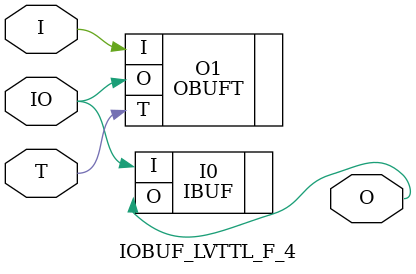
<source format=v>


`timescale  1 ps / 1 ps


module IOBUF_LVTTL_F_4 (O, IO, I, T);

    output O;

    inout  IO;

    input  I, T;

        OBUFT #(.IOSTANDARD("LVTTL"), .SLEW("FAST"), .DRIVE(4)) O1 (.O(IO), .I(I), .T(T)); 
	IBUF #(.IOSTANDARD("LVTTL"))  I0 (.O(O), .I(IO));
        

endmodule



</source>
